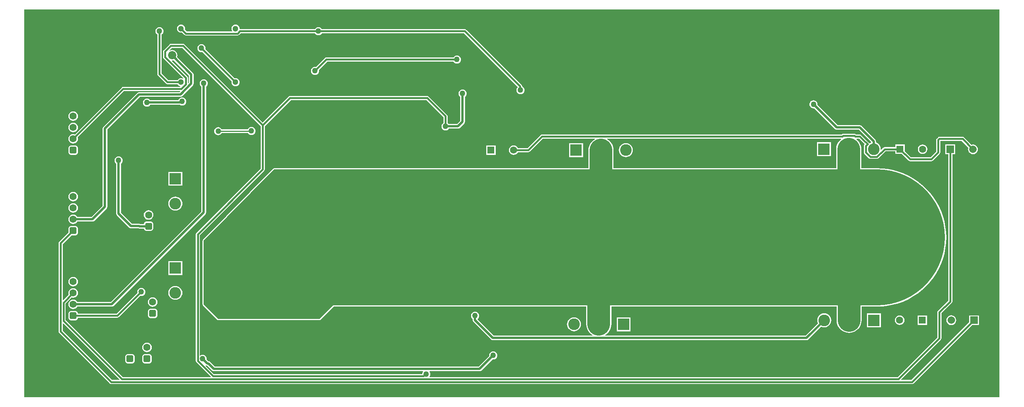
<source format=gbr>
G04*
G04 #@! TF.GenerationSoftware,Altium Limited,Altium Designer,24.1.2 (44)*
G04*
G04 Layer_Physical_Order=2*
G04 Layer_Color=16711680*
%FSLAX25Y25*%
%MOIN*%
G70*
G04*
G04 #@! TF.SameCoordinates,DAD59E85-0841-476F-99BD-E5F442491B29*
G04*
G04*
G04 #@! TF.FilePolarity,Positive*
G04*
G01*
G75*
%ADD15C,0.01000*%
%ADD40C,0.10236*%
%ADD41R,0.10236X0.10236*%
%ADD45R,0.10236X0.10236*%
%ADD54C,0.01500*%
%ADD55C,0.02000*%
%ADD56C,0.20000*%
%ADD60C,0.35000*%
%ADD61R,0.06299X0.06299*%
%ADD62C,0.06299*%
%ADD63R,0.06299X0.06299*%
%ADD64C,0.06299*%
%ADD65C,0.06555*%
%ADD66R,0.06555X0.06555*%
G04:AMPARAMS|DCode=67|XSize=62.99mil|YSize=62.99mil|CornerRadius=15.75mil|HoleSize=0mil|Usage=FLASHONLY|Rotation=90.000|XOffset=0mil|YOffset=0mil|HoleType=Round|Shape=RoundedRectangle|*
%AMROUNDEDRECTD67*
21,1,0.06299,0.03150,0,0,90.0*
21,1,0.03150,0.06299,0,0,90.0*
1,1,0.03150,0.01575,0.01575*
1,1,0.03150,0.01575,-0.01575*
1,1,0.03150,-0.01575,-0.01575*
1,1,0.03150,-0.01575,0.01575*
%
%ADD67ROUNDEDRECTD67*%
%ADD68C,0.07244*%
%ADD69C,0.05118*%
%ADD70C,0.05000*%
%ADD71C,1.20000*%
%ADD72C,0.45000*%
G36*
X1918000Y307000D02*
X1059000D01*
Y649000D01*
X1918000D01*
Y307000D01*
D02*
G37*
%LPC*%
G36*
X1245000Y635834D02*
X1244071Y635711D01*
X1243205Y635353D01*
X1242462Y634782D01*
X1241891Y634039D01*
X1241533Y633173D01*
X1241410Y632244D01*
X1241533Y631315D01*
X1241891Y630449D01*
X1242107Y630168D01*
X1241886Y629719D01*
X1202017D01*
X1200432Y631304D01*
X1200436Y631315D01*
X1200558Y632244D01*
X1200436Y633173D01*
X1200077Y634039D01*
X1199507Y634782D01*
X1198763Y635353D01*
X1197898Y635711D01*
X1196968Y635834D01*
X1196039Y635711D01*
X1195174Y635353D01*
X1194430Y634782D01*
X1193860Y634039D01*
X1193501Y633173D01*
X1193379Y632244D01*
X1193501Y631315D01*
X1193860Y630449D01*
X1194430Y629706D01*
X1195174Y629135D01*
X1196039Y628777D01*
X1196968Y628654D01*
X1197898Y628777D01*
X1197908Y628781D01*
X1200016Y626673D01*
X1200595Y626287D01*
X1201278Y626151D01*
X1246785D01*
X1247468Y626287D01*
X1248047Y626673D01*
X1249589Y628216D01*
X1314958D01*
X1315504Y627504D01*
X1316235Y626943D01*
X1317086Y626590D01*
X1318000Y626470D01*
X1318914Y626590D01*
X1319765Y626943D01*
X1320496Y627504D01*
X1321043Y628216D01*
X1446261D01*
X1493533Y580943D01*
X1493504Y580496D01*
X1492943Y579765D01*
X1492590Y578914D01*
X1492470Y578000D01*
X1492590Y577086D01*
X1492943Y576235D01*
X1493504Y575504D01*
X1494235Y574943D01*
X1495086Y574590D01*
X1496000Y574470D01*
X1496914Y574590D01*
X1497765Y574943D01*
X1498496Y575504D01*
X1499057Y576235D01*
X1499410Y577086D01*
X1499530Y578000D01*
X1499410Y578914D01*
X1499057Y579765D01*
X1498496Y580496D01*
X1497765Y581057D01*
X1497425Y581198D01*
Y581359D01*
X1497290Y582042D01*
X1496903Y582620D01*
X1448262Y631262D01*
X1447683Y631648D01*
X1447000Y631784D01*
X1321043D01*
X1320496Y632496D01*
X1319765Y633057D01*
X1318914Y633410D01*
X1318000Y633530D01*
X1317086Y633410D01*
X1316235Y633057D01*
X1315504Y632496D01*
X1314958Y631784D01*
X1249034D01*
X1248580Y632173D01*
X1248590Y632244D01*
X1248467Y633173D01*
X1248109Y634039D01*
X1247538Y634782D01*
X1246795Y635353D01*
X1245929Y635711D01*
X1245000Y635834D01*
D02*
G37*
G36*
X1440000Y608530D02*
X1439086Y608410D01*
X1438235Y608057D01*
X1437504Y607496D01*
X1436957Y606784D01*
X1325000D01*
X1325000Y606784D01*
X1324317Y606648D01*
X1323738Y606262D01*
X1323738Y606262D01*
X1315890Y598413D01*
X1315000Y598530D01*
X1314086Y598410D01*
X1313235Y598057D01*
X1312504Y597496D01*
X1311943Y596765D01*
X1311590Y595914D01*
X1311470Y595000D01*
X1311590Y594086D01*
X1311943Y593235D01*
X1312504Y592504D01*
X1313235Y591943D01*
X1314086Y591590D01*
X1315000Y591470D01*
X1315914Y591590D01*
X1316765Y591943D01*
X1317496Y592504D01*
X1318057Y593235D01*
X1318410Y594086D01*
X1318530Y595000D01*
X1318413Y595890D01*
X1325739Y603216D01*
X1436957D01*
X1437504Y602504D01*
X1438235Y601943D01*
X1439086Y601590D01*
X1440000Y601470D01*
X1440914Y601590D01*
X1441765Y601943D01*
X1442496Y602504D01*
X1443057Y603235D01*
X1443410Y604086D01*
X1443530Y605000D01*
X1443410Y605914D01*
X1443057Y606765D01*
X1442496Y607496D01*
X1441765Y608057D01*
X1440914Y608410D01*
X1440000Y608530D01*
D02*
G37*
G36*
X1215000Y618530D02*
X1214086Y618410D01*
X1213235Y618057D01*
X1212504Y617496D01*
X1211943Y616765D01*
X1211590Y615914D01*
X1211470Y615000D01*
X1211590Y614086D01*
X1211943Y613235D01*
X1212504Y612504D01*
X1213235Y611943D01*
X1214086Y611590D01*
X1215000Y611470D01*
X1215890Y611587D01*
X1241537Y585940D01*
X1241533Y585929D01*
X1241410Y585000D01*
X1241533Y584071D01*
X1241891Y583205D01*
X1242462Y582462D01*
X1243205Y581891D01*
X1244071Y581533D01*
X1245000Y581410D01*
X1245929Y581533D01*
X1246795Y581891D01*
X1247538Y582462D01*
X1248109Y583205D01*
X1248467Y584071D01*
X1248590Y585000D01*
X1248467Y585929D01*
X1248109Y586795D01*
X1247538Y587538D01*
X1246795Y588109D01*
X1245929Y588467D01*
X1245000Y588590D01*
X1244071Y588467D01*
X1244060Y588463D01*
X1218413Y614110D01*
X1218530Y615000D01*
X1218410Y615914D01*
X1218057Y616765D01*
X1217496Y617496D01*
X1216765Y618057D01*
X1215914Y618410D01*
X1215000Y618530D01*
D02*
G37*
G36*
X1198000Y571530D02*
X1197086Y571410D01*
X1196235Y571057D01*
X1195504Y570496D01*
X1194943Y569765D01*
X1194642Y569039D01*
X1169847D01*
X1169496Y569496D01*
X1168765Y570057D01*
X1167914Y570410D01*
X1167000Y570530D01*
X1166086Y570410D01*
X1165235Y570057D01*
X1164504Y569496D01*
X1163943Y568765D01*
X1163590Y567914D01*
X1163470Y567000D01*
X1163590Y566086D01*
X1163943Y565235D01*
X1164504Y564504D01*
X1165235Y563943D01*
X1166086Y563590D01*
X1167000Y563470D01*
X1167914Y563590D01*
X1168765Y563943D01*
X1169496Y564504D01*
X1169847Y564961D01*
X1196211D01*
X1196235Y564943D01*
X1197086Y564590D01*
X1198000Y564470D01*
X1198914Y564590D01*
X1199765Y564943D01*
X1200496Y565504D01*
X1201057Y566235D01*
X1201410Y567086D01*
X1201530Y568000D01*
X1201410Y568914D01*
X1201057Y569765D01*
X1200496Y570496D01*
X1199765Y571057D01*
X1198914Y571410D01*
X1198000Y571530D01*
D02*
G37*
G36*
X1102000Y559185D02*
X1100917Y559043D01*
X1099907Y558625D01*
X1099041Y557960D01*
X1098375Y557093D01*
X1097957Y556083D01*
X1097815Y555000D01*
X1097957Y553917D01*
X1098375Y552907D01*
X1099041Y552040D01*
X1099907Y551375D01*
X1100917Y550957D01*
X1102000Y550815D01*
X1103083Y550957D01*
X1104093Y551375D01*
X1104959Y552040D01*
X1105625Y552907D01*
X1106043Y553917D01*
X1106185Y555000D01*
X1106043Y556083D01*
X1105625Y557093D01*
X1104959Y557960D01*
X1104093Y558625D01*
X1103083Y559043D01*
X1102000Y559185D01*
D02*
G37*
G36*
X1259000Y545530D02*
X1258086Y545410D01*
X1257235Y545057D01*
X1256504Y544496D01*
X1255943Y543765D01*
X1255748Y543296D01*
X1232870D01*
X1232772Y543532D01*
X1232211Y544263D01*
X1231480Y544824D01*
X1230628Y545176D01*
X1229715Y545297D01*
X1228801Y545176D01*
X1227950Y544824D01*
X1227219Y544263D01*
X1226658Y543532D01*
X1226305Y542680D01*
X1226185Y541766D01*
X1226305Y540853D01*
X1226658Y540001D01*
X1227219Y539270D01*
X1227950Y538709D01*
X1228801Y538356D01*
X1229715Y538236D01*
X1230628Y538356D01*
X1231480Y538709D01*
X1232211Y539270D01*
X1232772Y540001D01*
X1232870Y540237D01*
X1255942D01*
X1255943Y540235D01*
X1256504Y539504D01*
X1257235Y538943D01*
X1258086Y538590D01*
X1259000Y538470D01*
X1259914Y538590D01*
X1260765Y538943D01*
X1261496Y539504D01*
X1262057Y540235D01*
X1262410Y541086D01*
X1262530Y542000D01*
X1262410Y542914D01*
X1262057Y543765D01*
X1261496Y544496D01*
X1260765Y545057D01*
X1259914Y545410D01*
X1259000Y545530D01*
D02*
G37*
G36*
X1178000Y633530D02*
X1177086Y633410D01*
X1176235Y633057D01*
X1175504Y632496D01*
X1174943Y631765D01*
X1174590Y630914D01*
X1174470Y630000D01*
X1174590Y629086D01*
X1174943Y628235D01*
X1175504Y627504D01*
X1176216Y626958D01*
Y592000D01*
X1176352Y591317D01*
X1176738Y590738D01*
X1183738Y583738D01*
X1183738Y583738D01*
X1184317Y583352D01*
X1185000Y583216D01*
X1193855D01*
X1193860Y583205D01*
X1194430Y582462D01*
X1195174Y581891D01*
X1196039Y581533D01*
X1196088Y581526D01*
X1196304Y580994D01*
X1196138Y580784D01*
X1146000D01*
X1146000Y580784D01*
X1145317Y580649D01*
X1144738Y580262D01*
X1144738Y580262D01*
X1103392Y538915D01*
X1103083Y539043D01*
X1102000Y539185D01*
X1100917Y539043D01*
X1099907Y538625D01*
X1099041Y537959D01*
X1098375Y537093D01*
X1097957Y536083D01*
X1097815Y535000D01*
X1097957Y533917D01*
X1098375Y532907D01*
X1099041Y532041D01*
X1099907Y531375D01*
X1100917Y530957D01*
X1102000Y530815D01*
X1103083Y530957D01*
X1104093Y531375D01*
X1104959Y532041D01*
X1105625Y532907D01*
X1106043Y533917D01*
X1106185Y535000D01*
X1106043Y536083D01*
X1105915Y536392D01*
X1146739Y577216D01*
X1196043D01*
X1196234Y576754D01*
X1195519Y576039D01*
X1160000D01*
X1160000Y576039D01*
X1159220Y575884D01*
X1158558Y575442D01*
X1128558Y545442D01*
X1128116Y544780D01*
X1127961Y544000D01*
Y475845D01*
X1118155Y466039D01*
X1105647D01*
X1105625Y466093D01*
X1104959Y466959D01*
X1104093Y467625D01*
X1103083Y468043D01*
X1102000Y468185D01*
X1100917Y468043D01*
X1099907Y467625D01*
X1099041Y466959D01*
X1098375Y466093D01*
X1097957Y465083D01*
X1097815Y464000D01*
X1097957Y462917D01*
X1098375Y461907D01*
X1099041Y461040D01*
X1099907Y460375D01*
X1100917Y459957D01*
X1102000Y459815D01*
X1103083Y459957D01*
X1104093Y460375D01*
X1104959Y461040D01*
X1105625Y461907D01*
X1105647Y461961D01*
X1119000D01*
X1119780Y462116D01*
X1120442Y462558D01*
X1131442Y473558D01*
X1131884Y474220D01*
X1132039Y475000D01*
Y543155D01*
X1160845Y571961D01*
X1196364D01*
X1197144Y572116D01*
X1197806Y572558D01*
X1207442Y582194D01*
X1207884Y582856D01*
X1208039Y583636D01*
Y591716D01*
X1207884Y592497D01*
X1207442Y593158D01*
X1193477Y607124D01*
X1193598Y607415D01*
X1193756Y608622D01*
X1193598Y609829D01*
X1193132Y610953D01*
X1192391Y611918D01*
X1191425Y612659D01*
X1190301Y613125D01*
X1189095Y613284D01*
X1187888Y613125D01*
X1186979Y612749D01*
X1186696Y613173D01*
X1188739Y615216D01*
X1198261D01*
X1267216Y546261D01*
Y508864D01*
X1210488Y452137D01*
X1210102Y451558D01*
X1209966Y450875D01*
Y339240D01*
X1210102Y338557D01*
X1210488Y337978D01*
X1223220Y325246D01*
X1223029Y324784D01*
X1145739D01*
X1095284Y375239D01*
Y389761D01*
X1100608Y395085D01*
X1100917Y394957D01*
X1102000Y394815D01*
X1103083Y394957D01*
X1104093Y395375D01*
X1104959Y396041D01*
X1105625Y396907D01*
X1106043Y397917D01*
X1106185Y399000D01*
X1106043Y400083D01*
X1105625Y401093D01*
X1104959Y401960D01*
X1104093Y402625D01*
X1103083Y403043D01*
X1102000Y403185D01*
X1100917Y403043D01*
X1099907Y402625D01*
X1099041Y401960D01*
X1098375Y401093D01*
X1097957Y400083D01*
X1097815Y399000D01*
X1097957Y397917D01*
X1098085Y397608D01*
X1093246Y392770D01*
X1092784Y392961D01*
Y442261D01*
X1100360Y449837D01*
X1100425Y449828D01*
X1103575D01*
X1104247Y449917D01*
X1104873Y450176D01*
X1105411Y450589D01*
X1105824Y451127D01*
X1106083Y451753D01*
X1106172Y452425D01*
Y455575D01*
X1106083Y456247D01*
X1105824Y456873D01*
X1105411Y457411D01*
X1104873Y457824D01*
X1104247Y458083D01*
X1103575Y458172D01*
X1100425D01*
X1099753Y458083D01*
X1099127Y457824D01*
X1098589Y457411D01*
X1098176Y456873D01*
X1097917Y456247D01*
X1097828Y455575D01*
Y452425D01*
X1097837Y452360D01*
X1089738Y444262D01*
X1089351Y443683D01*
X1089216Y443000D01*
Y365000D01*
X1089351Y364317D01*
X1089738Y363738D01*
X1134238Y319238D01*
X1134238Y319238D01*
X1134817Y318851D01*
X1135500Y318716D01*
X1840951D01*
X1841633Y318851D01*
X1842212Y319238D01*
X1893696Y370722D01*
X1899728D01*
Y379278D01*
X1891173D01*
Y373246D01*
X1840211Y322284D01*
X1831461D01*
X1831270Y322746D01*
X1866262Y357738D01*
X1866648Y358317D01*
X1866784Y359000D01*
X1866784Y359000D01*
Y381261D01*
X1875857Y390334D01*
X1876244Y390913D01*
X1876380Y391595D01*
X1876380Y391595D01*
Y521489D01*
X1878873D01*
Y530045D01*
X1870318D01*
Y521489D01*
X1872811D01*
Y392334D01*
X1863738Y383262D01*
X1863351Y382683D01*
X1863216Y382000D01*
Y359739D01*
X1828261Y324784D01*
X1415958D01*
X1415711Y325284D01*
X1416057Y325735D01*
X1416410Y326586D01*
X1416530Y327500D01*
X1416410Y328414D01*
X1416057Y329265D01*
X1415868Y329512D01*
X1416089Y329961D01*
X1460000D01*
X1460780Y330116D01*
X1461442Y330558D01*
X1471429Y340545D01*
X1472000Y340470D01*
X1472914Y340590D01*
X1473765Y340943D01*
X1474496Y341504D01*
X1475057Y342235D01*
X1475410Y343086D01*
X1475530Y344000D01*
X1475410Y344914D01*
X1475057Y345765D01*
X1474496Y346496D01*
X1473765Y347057D01*
X1472914Y347410D01*
X1472000Y347530D01*
X1471086Y347410D01*
X1470235Y347057D01*
X1469504Y346496D01*
X1468943Y345765D01*
X1468590Y344914D01*
X1468470Y344000D01*
X1468545Y343429D01*
X1459155Y334039D01*
X1226845D01*
X1222538Y338346D01*
X1221877Y338788D01*
X1221096Y338943D01*
X1220941D01*
X1219455Y340429D01*
X1219530Y341000D01*
X1219410Y341914D01*
X1219057Y342765D01*
X1218496Y343496D01*
X1217765Y344057D01*
X1216914Y344410D01*
X1216000Y344530D01*
X1215086Y344410D01*
X1214235Y344057D01*
X1213983Y343864D01*
X1213534Y344085D01*
Y450136D01*
X1270262Y506863D01*
X1270262Y506863D01*
X1270648Y507442D01*
X1270784Y508125D01*
X1270784Y508125D01*
Y546261D01*
X1293739Y569216D01*
X1413261D01*
X1428216Y554261D01*
Y549043D01*
X1427504Y548496D01*
X1426943Y547765D01*
X1426590Y546914D01*
X1426470Y546000D01*
X1426590Y545086D01*
X1426943Y544235D01*
X1427504Y543504D01*
X1428235Y542943D01*
X1429086Y542590D01*
X1430000Y542470D01*
X1430914Y542590D01*
X1431765Y542943D01*
X1432496Y543504D01*
X1432847Y543961D01*
X1441000D01*
X1441780Y544116D01*
X1442442Y544558D01*
X1446442Y548558D01*
X1446884Y549220D01*
X1447039Y550000D01*
Y572153D01*
X1447496Y572504D01*
X1448057Y573235D01*
X1448410Y574086D01*
X1448530Y575000D01*
X1448410Y575914D01*
X1448057Y576765D01*
X1447496Y577496D01*
X1446765Y578057D01*
X1445914Y578410D01*
X1445000Y578530D01*
X1444086Y578410D01*
X1443235Y578057D01*
X1442504Y577496D01*
X1441943Y576765D01*
X1441590Y575914D01*
X1441470Y575000D01*
X1441590Y574086D01*
X1441943Y573235D01*
X1442504Y572504D01*
X1442961Y572153D01*
Y550845D01*
X1440155Y548039D01*
X1432847D01*
X1432496Y548496D01*
X1431784Y549043D01*
Y555000D01*
X1431784Y555000D01*
X1431649Y555683D01*
X1431262Y556262D01*
X1431262Y556262D01*
X1415262Y572262D01*
X1414683Y572648D01*
X1414000Y572784D01*
X1293000D01*
X1293000Y572784D01*
X1292317Y572648D01*
X1291738Y572262D01*
X1291738Y572262D01*
X1269000Y549523D01*
X1200262Y618262D01*
X1199683Y618648D01*
X1199000Y618784D01*
X1188000D01*
X1188000Y618784D01*
X1187317Y618648D01*
X1186738Y618262D01*
X1186738Y618262D01*
X1181738Y613262D01*
X1181351Y612683D01*
X1181216Y612000D01*
Y607000D01*
X1181351Y606317D01*
X1181738Y605738D01*
X1198871Y588605D01*
X1198588Y588181D01*
X1197898Y588467D01*
X1196968Y588590D01*
X1196039Y588467D01*
X1195174Y588109D01*
X1194430Y587538D01*
X1193860Y586795D01*
X1193855Y586784D01*
X1185739D01*
X1179784Y592739D01*
Y626958D01*
X1180496Y627504D01*
X1181057Y628235D01*
X1181410Y629086D01*
X1181530Y630000D01*
X1181410Y630914D01*
X1181057Y631765D01*
X1180496Y632496D01*
X1179765Y633057D01*
X1178914Y633410D01*
X1178000Y633530D01*
D02*
G37*
G36*
X1102000Y549185D02*
X1100917Y549043D01*
X1099907Y548625D01*
X1099041Y547960D01*
X1098375Y547093D01*
X1097957Y546083D01*
X1097815Y545000D01*
X1097957Y543917D01*
X1098375Y542907D01*
X1099041Y542040D01*
X1099907Y541375D01*
X1100917Y540957D01*
X1102000Y540815D01*
X1103083Y540957D01*
X1104093Y541375D01*
X1104959Y542040D01*
X1105625Y542907D01*
X1106043Y543917D01*
X1106185Y545000D01*
X1106043Y546083D01*
X1105625Y547093D01*
X1104959Y547960D01*
X1104093Y548625D01*
X1103083Y549043D01*
X1102000Y549185D01*
D02*
G37*
G36*
X1754097Y568989D02*
X1753183Y568868D01*
X1752332Y568516D01*
X1751601Y567955D01*
X1751040Y567224D01*
X1750687Y566372D01*
X1750567Y565458D01*
X1750687Y564545D01*
X1751040Y563693D01*
X1751601Y562962D01*
X1752332Y562401D01*
X1753183Y562048D01*
X1754097Y561928D01*
X1754668Y562003D01*
X1773114Y543558D01*
X1773775Y543116D01*
X1774556Y542961D01*
X1794155D01*
X1804929Y532187D01*
X1804853Y531659D01*
X1804718Y531617D01*
X1803808Y531131D01*
X1803621Y531065D01*
X1803151Y531283D01*
X1802972Y531552D01*
X1802972Y531552D01*
X1799262Y535262D01*
X1799262Y535262D01*
X1796262Y538262D01*
X1795683Y538649D01*
X1795000Y538784D01*
X1791475D01*
X1791310Y538949D01*
X1790731Y539336D01*
X1790048Y539472D01*
X1780314D01*
X1780314Y539472D01*
X1779631Y539336D01*
X1779052Y538949D01*
X1779052Y538949D01*
X1778887Y538784D01*
X1515000D01*
X1514317Y538649D01*
X1513738Y538262D01*
X1513738Y538262D01*
X1502261Y526784D01*
X1493752D01*
X1493625Y527093D01*
X1492959Y527959D01*
X1492093Y528625D01*
X1491083Y529043D01*
X1490000Y529185D01*
X1488917Y529043D01*
X1487907Y528625D01*
X1487041Y527959D01*
X1486375Y527093D01*
X1485957Y526083D01*
X1485815Y525000D01*
X1485957Y523917D01*
X1486375Y522907D01*
X1487041Y522041D01*
X1487907Y521375D01*
X1488917Y520957D01*
X1490000Y520815D01*
X1491083Y520957D01*
X1492093Y521375D01*
X1492959Y522041D01*
X1493625Y522907D01*
X1493752Y523216D01*
X1503000D01*
X1503683Y523351D01*
X1504262Y523738D01*
X1515739Y535216D01*
X1561551D01*
X1561692Y534716D01*
X1560404Y533927D01*
X1559087Y532802D01*
X1557963Y531486D01*
X1557058Y530009D01*
X1556396Y528410D01*
X1555992Y526726D01*
X1555856Y525000D01*
Y509047D01*
X1319000D01*
X1318301Y509020D01*
X1279000D01*
X1278996Y509019D01*
X1278992Y509020D01*
X1278801Y508980D01*
X1278610Y508942D01*
X1278606Y508940D01*
X1278602Y508939D01*
X1278441Y508829D01*
X1278279Y508721D01*
X1278277Y508717D01*
X1278273Y508715D01*
X1216273Y445715D01*
X1216166Y445552D01*
X1216058Y445390D01*
X1216057Y445386D01*
X1216055Y445383D01*
X1216018Y445191D01*
X1215980Y445000D01*
Y402000D01*
Y401000D01*
Y389000D01*
X1216058Y388610D01*
X1216279Y388279D01*
X1229279Y375279D01*
X1229610Y375058D01*
X1230000Y374980D01*
X1319000D01*
X1319390Y375058D01*
X1319721Y375279D01*
X1331395Y386953D01*
X1553966D01*
Y371398D01*
X1554102Y369672D01*
X1554506Y367988D01*
X1555169Y366388D01*
X1556073Y364912D01*
X1557198Y363595D01*
X1558514Y362471D01*
X1559386Y361937D01*
X1559245Y361437D01*
X1472447D01*
X1458173Y375711D01*
X1458201Y376277D01*
X1458496Y376504D01*
X1459057Y377235D01*
X1459410Y378086D01*
X1459530Y379000D01*
X1459410Y379914D01*
X1459057Y380765D01*
X1458496Y381496D01*
X1457765Y382057D01*
X1456914Y382410D01*
X1456000Y382530D01*
X1455086Y382410D01*
X1454235Y382057D01*
X1453504Y381496D01*
X1452943Y380765D01*
X1452590Y379914D01*
X1452470Y379000D01*
X1452590Y378086D01*
X1452943Y377235D01*
X1453504Y376504D01*
X1453961Y376153D01*
Y375000D01*
X1454116Y374220D01*
X1454558Y373558D01*
X1470160Y357956D01*
X1470822Y357514D01*
X1471602Y357359D01*
X1748012D01*
X1748793Y357514D01*
X1749454Y357956D01*
X1760917Y369419D01*
X1761206Y369264D01*
X1762359Y368914D01*
X1763559Y368796D01*
X1764758Y368914D01*
X1765911Y369264D01*
X1766974Y369832D01*
X1767906Y370597D01*
X1768670Y371529D01*
X1769238Y372591D01*
X1769588Y373745D01*
X1769706Y374944D01*
X1769588Y376143D01*
X1769238Y377297D01*
X1768670Y378359D01*
X1767906Y379291D01*
X1766974Y380056D01*
X1765911Y380624D01*
X1764758Y380974D01*
X1763559Y381092D01*
X1762359Y380974D01*
X1761206Y380624D01*
X1760143Y380056D01*
X1759212Y379291D01*
X1758447Y378359D01*
X1757879Y377297D01*
X1757529Y376143D01*
X1757411Y374944D01*
X1757529Y373745D01*
X1757879Y372591D01*
X1758033Y372303D01*
X1747168Y361437D01*
X1570755D01*
X1570614Y361937D01*
X1571486Y362471D01*
X1572802Y363595D01*
X1573927Y364912D01*
X1574831Y366388D01*
X1575494Y367988D01*
X1575898Y369672D01*
X1576034Y371398D01*
Y386953D01*
X1774414D01*
Y374944D01*
X1774550Y373218D01*
X1774954Y371534D01*
X1775617Y369935D01*
X1776522Y368458D01*
X1777646Y367142D01*
X1778963Y366017D01*
X1780439Y365113D01*
X1782039Y364450D01*
X1783722Y364046D01*
X1785448Y363910D01*
X1787175Y364046D01*
X1788858Y364450D01*
X1790458Y365113D01*
X1791934Y366017D01*
X1793251Y367142D01*
X1794375Y368458D01*
X1795280Y369935D01*
X1795942Y371534D01*
X1796347Y373218D01*
X1796482Y374944D01*
Y386953D01*
X1810000D01*
X1814790Y387141D01*
X1819550Y387704D01*
X1824251Y388640D01*
X1828865Y389941D01*
X1833362Y391600D01*
X1837715Y393607D01*
X1841897Y395949D01*
X1845883Y398612D01*
X1849647Y401579D01*
X1853167Y404833D01*
X1856421Y408353D01*
X1859388Y412117D01*
X1862051Y416103D01*
X1864393Y420285D01*
X1866400Y424638D01*
X1868059Y429135D01*
X1869360Y433749D01*
X1870296Y438450D01*
X1870859Y443210D01*
X1871047Y448000D01*
X1870859Y452790D01*
X1870296Y457550D01*
X1869360Y462251D01*
X1868059Y466865D01*
X1866400Y471362D01*
X1864393Y475715D01*
X1862051Y479897D01*
X1859388Y483883D01*
X1856421Y487647D01*
X1853167Y491167D01*
X1849647Y494421D01*
X1845883Y497388D01*
X1841897Y500051D01*
X1837715Y502393D01*
X1833362Y504400D01*
X1828865Y506059D01*
X1824251Y507360D01*
X1819550Y508295D01*
X1814790Y508859D01*
X1810000Y509047D01*
X1796215D01*
Y525938D01*
X1796079Y527664D01*
X1795675Y529347D01*
X1795012Y530947D01*
X1794107Y532423D01*
X1792983Y533740D01*
X1791841Y534716D01*
X1792025Y535216D01*
X1794261D01*
X1796738Y532738D01*
X1796738Y532738D01*
X1799187Y530290D01*
X1798941Y530044D01*
X1798554Y529465D01*
X1798418Y528783D01*
Y523093D01*
X1798554Y522410D01*
X1798941Y521831D01*
X1802964Y517808D01*
X1802964Y517808D01*
X1803543Y517421D01*
X1804226Y517285D01*
X1809915D01*
X1810598Y517421D01*
X1811177Y517808D01*
X1817483Y524114D01*
X1826066D01*
Y521749D01*
X1831841D01*
X1837852Y515738D01*
X1837852Y515738D01*
X1838431Y515351D01*
X1839113Y515216D01*
X1858000D01*
X1858683Y515351D01*
X1859262Y515738D01*
X1865262Y521738D01*
X1865648Y522317D01*
X1865784Y523000D01*
Y533216D01*
X1884623D01*
X1890582Y527257D01*
X1890428Y526884D01*
X1890281Y525767D01*
X1890428Y524650D01*
X1890859Y523610D01*
X1891545Y522716D01*
X1892438Y522031D01*
X1893479Y521599D01*
X1894595Y521453D01*
X1895712Y521599D01*
X1896753Y522031D01*
X1897646Y522716D01*
X1898332Y523610D01*
X1898763Y524650D01*
X1898910Y525767D01*
X1898763Y526884D01*
X1898332Y527924D01*
X1897646Y528818D01*
X1896753Y529503D01*
X1895712Y529935D01*
X1894595Y530082D01*
X1893479Y529935D01*
X1893106Y529780D01*
X1886624Y536262D01*
X1886045Y536649D01*
X1885362Y536784D01*
X1865000D01*
X1864317Y536649D01*
X1863738Y536262D01*
X1863738Y536262D01*
X1862738Y535262D01*
X1862351Y534683D01*
X1862216Y534000D01*
Y523739D01*
X1857261Y518784D01*
X1839853D01*
X1834365Y524272D01*
Y530048D01*
X1826066D01*
Y527683D01*
X1816744D01*
X1816061Y527547D01*
X1815483Y527160D01*
X1813629Y525307D01*
X1813177Y525521D01*
X1813218Y525938D01*
X1813100Y527137D01*
X1812750Y528290D01*
X1812182Y529353D01*
X1811418Y530285D01*
X1810486Y531049D01*
X1809423Y531617D01*
X1809110Y531712D01*
Y532929D01*
X1808954Y533710D01*
X1808512Y534371D01*
X1796442Y546442D01*
X1795780Y546884D01*
X1795000Y547039D01*
X1775400D01*
X1757552Y564887D01*
X1757627Y565458D01*
X1757507Y566372D01*
X1757154Y567224D01*
X1756593Y567955D01*
X1755862Y568516D01*
X1755011Y568868D01*
X1754097Y568989D01*
D02*
G37*
G36*
X1850215Y530084D02*
X1849132Y529941D01*
X1848122Y529523D01*
X1847256Y528858D01*
X1846590Y527991D01*
X1846172Y526982D01*
X1846030Y525898D01*
X1846172Y524815D01*
X1846590Y523806D01*
X1847256Y522939D01*
X1848122Y522274D01*
X1849132Y521855D01*
X1850215Y521713D01*
X1851299Y521855D01*
X1852308Y522274D01*
X1853175Y522939D01*
X1853840Y523806D01*
X1854258Y524815D01*
X1854401Y525898D01*
X1854258Y526982D01*
X1853840Y527991D01*
X1853175Y528858D01*
X1852308Y529523D01*
X1851299Y529941D01*
X1850215Y530084D01*
D02*
G37*
G36*
X1474150Y529150D02*
X1465850D01*
Y520850D01*
X1474150D01*
Y529150D01*
D02*
G37*
G36*
X1103575Y529172D02*
X1100425D01*
X1099753Y529083D01*
X1099127Y528824D01*
X1098589Y528411D01*
X1098176Y527873D01*
X1097917Y527247D01*
X1097828Y526575D01*
Y523425D01*
X1097917Y522753D01*
X1098176Y522127D01*
X1098589Y521589D01*
X1099127Y521176D01*
X1099753Y520917D01*
X1100425Y520828D01*
X1103575D01*
X1104247Y520917D01*
X1104873Y521176D01*
X1105411Y521589D01*
X1105824Y522127D01*
X1106083Y522753D01*
X1106172Y523425D01*
Y526575D01*
X1106083Y527247D01*
X1105824Y527873D01*
X1105411Y528411D01*
X1104873Y528824D01*
X1104247Y529083D01*
X1103575Y529172D01*
D02*
G37*
G36*
X1551118Y531118D02*
X1538882D01*
Y518882D01*
X1551118D01*
Y531118D01*
D02*
G37*
G36*
X1198118Y505898D02*
X1185882D01*
Y493661D01*
X1198118D01*
Y505898D01*
D02*
G37*
G36*
X1102000Y488185D02*
X1100917Y488043D01*
X1099907Y487625D01*
X1099041Y486960D01*
X1098375Y486093D01*
X1097957Y485083D01*
X1097815Y484000D01*
X1097957Y482917D01*
X1098375Y481907D01*
X1099041Y481040D01*
X1099907Y480375D01*
X1100917Y479957D01*
X1102000Y479815D01*
X1103083Y479957D01*
X1104093Y480375D01*
X1104959Y481040D01*
X1105625Y481907D01*
X1106043Y482917D01*
X1106185Y484000D01*
X1106043Y485083D01*
X1105625Y486093D01*
X1104959Y486960D01*
X1104093Y487625D01*
X1103083Y488043D01*
X1102000Y488185D01*
D02*
G37*
G36*
X1192000Y484037D02*
X1190801Y483919D01*
X1189647Y483569D01*
X1188585Y483001D01*
X1187653Y482237D01*
X1186888Y481305D01*
X1186320Y480242D01*
X1185970Y479089D01*
X1185852Y477890D01*
X1185970Y476690D01*
X1186320Y475537D01*
X1186888Y474474D01*
X1187653Y473543D01*
X1188585Y472778D01*
X1189647Y472210D01*
X1190801Y471860D01*
X1192000Y471742D01*
X1193199Y471860D01*
X1194353Y472210D01*
X1195415Y472778D01*
X1196347Y473543D01*
X1197112Y474474D01*
X1197680Y475537D01*
X1198030Y476690D01*
X1198148Y477890D01*
X1198030Y479089D01*
X1197680Y480242D01*
X1197112Y481305D01*
X1196347Y482237D01*
X1195415Y483001D01*
X1194353Y483569D01*
X1193199Y483919D01*
X1192000Y484037D01*
D02*
G37*
G36*
X1102000Y478185D02*
X1100917Y478043D01*
X1099907Y477625D01*
X1099041Y476960D01*
X1098375Y476093D01*
X1097957Y475083D01*
X1097815Y474000D01*
X1097957Y472917D01*
X1098375Y471907D01*
X1099041Y471040D01*
X1099907Y470375D01*
X1100917Y469957D01*
X1102000Y469815D01*
X1103083Y469957D01*
X1104093Y470375D01*
X1104959Y471040D01*
X1105625Y471907D01*
X1106043Y472917D01*
X1106185Y474000D01*
X1106043Y475083D01*
X1105625Y476093D01*
X1104959Y476960D01*
X1104093Y477625D01*
X1103083Y478043D01*
X1102000Y478185D01*
D02*
G37*
G36*
X1168398Y472075D02*
X1167314Y471933D01*
X1166305Y471514D01*
X1165438Y470849D01*
X1164773Y469982D01*
X1164355Y468973D01*
X1164212Y467890D01*
X1164355Y466807D01*
X1164773Y465797D01*
X1165438Y464930D01*
X1166305Y464265D01*
X1167314Y463847D01*
X1168398Y463704D01*
X1169481Y463847D01*
X1170490Y464265D01*
X1171357Y464930D01*
X1172022Y465797D01*
X1172440Y466807D01*
X1172583Y467890D01*
X1172440Y468973D01*
X1172022Y469982D01*
X1171357Y470849D01*
X1170490Y471514D01*
X1169481Y471933D01*
X1168398Y472075D01*
D02*
G37*
G36*
X1142000Y519530D02*
X1141086Y519410D01*
X1140235Y519057D01*
X1139504Y518496D01*
X1138943Y517765D01*
X1138590Y516914D01*
X1138470Y516000D01*
X1138590Y515086D01*
X1138943Y514235D01*
X1139504Y513504D01*
X1139961Y513153D01*
Y469000D01*
X1140116Y468220D01*
X1140558Y467558D01*
X1151558Y456558D01*
X1152220Y456116D01*
X1153000Y455961D01*
X1159694D01*
X1160248Y455851D01*
X1164287D01*
X1164314Y455643D01*
X1164574Y455016D01*
X1164987Y454479D01*
X1165524Y454066D01*
X1166151Y453806D01*
X1166823Y453718D01*
X1169972D01*
X1170645Y453806D01*
X1171271Y454066D01*
X1171809Y454479D01*
X1172221Y455016D01*
X1172481Y455643D01*
X1172569Y456315D01*
Y459465D01*
X1172481Y460137D01*
X1172221Y460763D01*
X1171809Y461301D01*
X1171271Y461714D01*
X1170645Y461973D01*
X1169972Y462062D01*
X1166823D01*
X1166151Y461973D01*
X1165524Y461714D01*
X1164987Y461301D01*
X1164574Y460763D01*
X1164314Y460137D01*
X1164287Y459929D01*
X1160802D01*
X1160248Y460039D01*
X1153845D01*
X1144039Y469845D01*
Y513153D01*
X1144496Y513504D01*
X1145057Y514235D01*
X1145410Y515086D01*
X1145530Y516000D01*
X1145410Y516914D01*
X1145057Y517765D01*
X1144496Y518496D01*
X1143765Y519057D01*
X1142914Y519410D01*
X1142000Y519530D01*
D02*
G37*
G36*
X1198118Y427118D02*
X1185882D01*
Y414882D01*
X1198118D01*
Y427118D01*
D02*
G37*
G36*
X1102000Y413185D02*
X1100917Y413043D01*
X1099907Y412625D01*
X1099041Y411960D01*
X1098375Y411093D01*
X1097957Y410083D01*
X1097815Y409000D01*
X1097957Y407917D01*
X1098375Y406907D01*
X1099041Y406040D01*
X1099907Y405375D01*
X1100917Y404957D01*
X1102000Y404815D01*
X1103083Y404957D01*
X1104093Y405375D01*
X1104959Y406040D01*
X1105625Y406907D01*
X1106043Y407917D01*
X1106185Y409000D01*
X1106043Y410083D01*
X1105625Y411093D01*
X1104959Y411960D01*
X1104093Y412625D01*
X1103083Y413043D01*
X1102000Y413185D01*
D02*
G37*
G36*
X1162000Y403530D02*
X1161086Y403410D01*
X1160235Y403057D01*
X1159504Y402496D01*
X1158943Y401765D01*
X1158590Y400914D01*
X1158470Y400000D01*
X1158587Y399110D01*
X1140261Y380784D01*
X1106144D01*
X1106083Y381247D01*
X1105824Y381873D01*
X1105411Y382411D01*
X1104873Y382824D01*
X1104247Y383083D01*
X1103575Y383172D01*
X1100425D01*
X1099753Y383083D01*
X1099127Y382824D01*
X1098589Y382411D01*
X1098176Y381873D01*
X1097917Y381247D01*
X1097828Y380575D01*
Y377425D01*
X1097917Y376753D01*
X1098176Y376127D01*
X1098589Y375589D01*
X1099127Y375176D01*
X1099753Y374917D01*
X1100425Y374828D01*
X1103575D01*
X1104247Y374917D01*
X1104873Y375176D01*
X1105411Y375589D01*
X1105824Y376127D01*
X1106083Y376753D01*
X1106144Y377216D01*
X1141000D01*
X1141683Y377351D01*
X1142262Y377738D01*
X1161110Y396587D01*
X1162000Y396470D01*
X1162914Y396590D01*
X1163765Y396943D01*
X1164496Y397504D01*
X1165057Y398235D01*
X1165410Y399086D01*
X1165530Y400000D01*
X1165410Y400914D01*
X1165057Y401765D01*
X1164496Y402496D01*
X1163765Y403057D01*
X1162914Y403410D01*
X1162000Y403530D01*
D02*
G37*
G36*
X1192000Y405258D02*
X1190801Y405140D01*
X1189647Y404790D01*
X1188585Y404222D01*
X1187653Y403457D01*
X1186888Y402526D01*
X1186320Y401463D01*
X1185970Y400310D01*
X1185852Y399110D01*
X1185970Y397911D01*
X1186320Y396758D01*
X1186888Y395695D01*
X1187653Y394763D01*
X1188585Y393999D01*
X1189647Y393430D01*
X1190801Y393081D01*
X1192000Y392963D01*
X1193199Y393081D01*
X1194353Y393430D01*
X1195415Y393999D01*
X1196347Y394763D01*
X1197112Y395695D01*
X1197680Y396758D01*
X1198030Y397911D01*
X1198148Y399110D01*
X1198030Y400310D01*
X1197680Y401463D01*
X1197112Y402526D01*
X1196347Y403457D01*
X1195415Y404222D01*
X1194353Y404790D01*
X1193199Y405140D01*
X1192000Y405258D01*
D02*
G37*
G36*
X1217000Y587530D02*
X1216086Y587410D01*
X1215235Y587057D01*
X1214504Y586496D01*
X1213943Y585765D01*
X1213590Y584914D01*
X1213470Y584000D01*
X1213590Y583086D01*
X1213943Y582235D01*
X1214504Y581504D01*
X1214961Y581153D01*
Y470845D01*
X1135155Y391039D01*
X1105647D01*
X1105625Y391093D01*
X1104959Y391960D01*
X1104093Y392625D01*
X1103083Y393043D01*
X1102000Y393185D01*
X1100917Y393043D01*
X1099907Y392625D01*
X1099041Y391960D01*
X1098375Y391093D01*
X1097957Y390083D01*
X1097815Y389000D01*
X1097957Y387917D01*
X1098375Y386907D01*
X1099041Y386040D01*
X1099907Y385375D01*
X1100917Y384957D01*
X1102000Y384815D01*
X1103083Y384957D01*
X1104093Y385375D01*
X1104959Y386040D01*
X1105625Y386907D01*
X1105647Y386961D01*
X1136000D01*
X1136780Y387116D01*
X1137442Y387558D01*
X1218442Y468558D01*
X1218884Y469220D01*
X1219039Y470000D01*
Y581153D01*
X1219496Y581504D01*
X1220057Y582235D01*
X1220410Y583086D01*
X1220530Y584000D01*
X1220410Y584914D01*
X1220057Y585765D01*
X1219496Y586496D01*
X1218765Y587057D01*
X1217914Y587410D01*
X1217000Y587530D01*
D02*
G37*
G36*
X1172000Y395185D02*
X1170917Y395043D01*
X1169907Y394625D01*
X1169040Y393959D01*
X1168375Y393093D01*
X1167957Y392083D01*
X1167815Y391000D01*
X1167957Y389917D01*
X1168375Y388907D01*
X1169040Y388040D01*
X1169907Y387375D01*
X1170917Y386957D01*
X1172000Y386815D01*
X1173083Y386957D01*
X1174093Y387375D01*
X1174959Y388040D01*
X1175625Y388907D01*
X1176043Y389917D01*
X1176185Y391000D01*
X1176043Y392083D01*
X1175625Y393093D01*
X1174959Y393959D01*
X1174093Y394625D01*
X1173083Y395043D01*
X1172000Y395185D01*
D02*
G37*
G36*
X1173575Y385172D02*
X1170425D01*
X1169753Y385083D01*
X1169127Y384824D01*
X1168589Y384411D01*
X1168176Y383873D01*
X1167917Y383247D01*
X1167828Y382575D01*
Y379425D01*
X1167917Y378753D01*
X1168176Y378127D01*
X1168589Y377589D01*
X1169127Y377176D01*
X1169753Y376917D01*
X1170425Y376828D01*
X1173575D01*
X1174247Y376917D01*
X1174873Y377176D01*
X1175411Y377589D01*
X1175824Y378127D01*
X1176083Y378753D01*
X1176172Y379425D01*
Y382575D01*
X1176083Y383247D01*
X1175824Y383873D01*
X1175411Y384411D01*
X1174873Y384824D01*
X1174247Y385083D01*
X1173575Y385172D01*
D02*
G37*
G36*
X1854150Y379150D02*
X1845850D01*
Y370850D01*
X1854150D01*
Y379150D01*
D02*
G37*
G36*
X1830000Y379185D02*
X1828917Y379043D01*
X1827907Y378625D01*
X1827040Y377959D01*
X1826375Y377093D01*
X1825957Y376083D01*
X1825815Y375000D01*
X1825957Y373917D01*
X1826375Y372907D01*
X1827040Y372041D01*
X1827907Y371375D01*
X1828917Y370957D01*
X1830000Y370815D01*
X1831083Y370957D01*
X1832093Y371375D01*
X1832960Y372041D01*
X1833625Y372907D01*
X1834043Y373917D01*
X1834185Y375000D01*
X1834043Y376083D01*
X1833625Y377093D01*
X1832960Y377959D01*
X1832093Y378625D01*
X1831083Y379043D01*
X1830000Y379185D01*
D02*
G37*
G36*
X1875451Y379314D02*
X1874334Y379168D01*
X1873293Y378736D01*
X1872400Y378051D01*
X1871714Y377157D01*
X1871283Y376117D01*
X1871136Y375000D01*
X1871283Y373883D01*
X1871714Y372843D01*
X1872400Y371949D01*
X1873293Y371264D01*
X1874334Y370832D01*
X1875451Y370686D01*
X1876567Y370832D01*
X1877608Y371264D01*
X1878501Y371949D01*
X1879187Y372843D01*
X1879618Y373883D01*
X1879765Y375000D01*
X1879618Y376117D01*
X1879187Y377157D01*
X1878501Y378051D01*
X1877608Y378736D01*
X1876567Y379168D01*
X1875451Y379314D01*
D02*
G37*
G36*
X1813456Y381062D02*
X1801220D01*
Y368826D01*
X1813456D01*
Y381062D01*
D02*
G37*
G36*
X1593008Y377516D02*
X1580772D01*
Y365280D01*
X1593008D01*
Y377516D01*
D02*
G37*
G36*
X1543110Y377545D02*
X1541911Y377427D01*
X1540758Y377077D01*
X1539695Y376509D01*
X1538763Y375745D01*
X1537999Y374813D01*
X1537430Y373750D01*
X1537081Y372597D01*
X1536963Y371398D01*
X1537081Y370198D01*
X1537430Y369045D01*
X1537999Y367982D01*
X1538763Y367051D01*
X1539695Y366286D01*
X1540758Y365718D01*
X1541911Y365368D01*
X1543110Y365250D01*
X1544310Y365368D01*
X1545463Y365718D01*
X1546526Y366286D01*
X1547457Y367051D01*
X1548222Y367982D01*
X1548790Y369045D01*
X1549140Y370198D01*
X1549258Y371398D01*
X1549140Y372597D01*
X1548790Y373750D01*
X1548222Y374813D01*
X1547457Y375745D01*
X1546526Y376509D01*
X1545463Y377077D01*
X1544310Y377427D01*
X1543110Y377545D01*
D02*
G37*
G36*
X1167000Y355185D02*
X1165917Y355043D01*
X1164907Y354625D01*
X1164040Y353959D01*
X1163375Y353093D01*
X1162957Y352083D01*
X1162815Y351000D01*
X1162957Y349917D01*
X1163375Y348907D01*
X1164040Y348041D01*
X1164907Y347375D01*
X1165917Y346957D01*
X1167000Y346815D01*
X1168083Y346957D01*
X1169093Y347375D01*
X1169960Y348041D01*
X1170625Y348907D01*
X1171043Y349917D01*
X1171185Y351000D01*
X1171043Y352083D01*
X1170625Y353093D01*
X1169960Y353959D01*
X1169093Y354625D01*
X1168083Y355043D01*
X1167000Y355185D01*
D02*
G37*
G36*
X1168575Y345172D02*
X1165425D01*
X1164753Y345083D01*
X1164127Y344824D01*
X1163589Y344411D01*
X1163176Y343873D01*
X1162917Y343247D01*
X1162828Y342575D01*
Y339425D01*
X1162917Y338753D01*
X1163176Y338127D01*
X1163589Y337589D01*
X1164127Y337176D01*
X1164753Y336917D01*
X1165425Y336828D01*
X1168575D01*
X1169247Y336917D01*
X1169873Y337176D01*
X1170411Y337589D01*
X1170824Y338127D01*
X1171083Y338753D01*
X1171172Y339425D01*
Y342575D01*
X1171083Y343247D01*
X1170824Y343873D01*
X1170411Y344411D01*
X1169873Y344824D01*
X1169247Y345083D01*
X1168575Y345172D01*
D02*
G37*
G36*
X1153575D02*
X1150425D01*
X1149753Y345083D01*
X1149127Y344824D01*
X1148589Y344411D01*
X1148176Y343873D01*
X1147917Y343247D01*
X1147828Y342575D01*
Y339425D01*
X1147917Y338753D01*
X1148176Y338127D01*
X1148589Y337589D01*
X1149127Y337176D01*
X1149753Y336917D01*
X1150425Y336828D01*
X1153575D01*
X1154247Y336917D01*
X1154873Y337176D01*
X1155411Y337589D01*
X1155824Y338127D01*
X1156083Y338753D01*
X1156172Y339425D01*
Y342575D01*
X1156083Y343247D01*
X1155824Y343873D01*
X1155411Y344411D01*
X1154873Y344824D01*
X1154247Y345083D01*
X1153575Y345172D01*
D02*
G37*
%LPD*%
G36*
X1203961Y590872D02*
Y584481D01*
X1203524Y584044D01*
X1203062Y584235D01*
Y588722D01*
X1203062Y588722D01*
X1202926Y589405D01*
X1202539Y589984D01*
X1202539Y589984D01*
X1189022Y603501D01*
X1189250Y603981D01*
X1190301Y604119D01*
X1190593Y604240D01*
X1203961Y590872D01*
D02*
G37*
G36*
X1219316Y335020D02*
X1220096Y334865D01*
X1220251D01*
X1224558Y330558D01*
X1225220Y330116D01*
X1226000Y329961D01*
X1409911D01*
X1410133Y329512D01*
X1409943Y329265D01*
X1409590Y328414D01*
X1409476Y327550D01*
X1225963D01*
X1218649Y334864D01*
X1218967Y335253D01*
X1219316Y335020D01*
D02*
G37*
G36*
X1142730Y322746D02*
X1142539Y322284D01*
X1136239D01*
X1092784Y365739D01*
Y372039D01*
X1093246Y372230D01*
X1142730Y322746D01*
D02*
G37*
G36*
X1778521Y534716D02*
X1777379Y533740D01*
X1776254Y532423D01*
X1775349Y530947D01*
X1774687Y529347D01*
X1774283Y527664D01*
X1774147Y525938D01*
Y509047D01*
X1577924D01*
Y525000D01*
X1577788Y526726D01*
X1577384Y528410D01*
X1576721Y530009D01*
X1575817Y531486D01*
X1574692Y532802D01*
X1573375Y533927D01*
X1572088Y534716D01*
X1572229Y535216D01*
X1778337D01*
X1778521Y534716D01*
D02*
G37*
G36*
X1345000Y402000D02*
X1319000Y376000D01*
X1230000D01*
X1217000Y389000D01*
Y401000D01*
Y402000D01*
Y445000D01*
X1279000Y508000D01*
X1345000D01*
Y402000D01*
D02*
G37*
%LPC*%
G36*
X1769409Y532056D02*
X1757173D01*
Y519820D01*
X1769409D01*
Y532056D01*
D02*
G37*
G36*
X1588780Y531148D02*
X1587580Y531030D01*
X1586427Y530680D01*
X1585364Y530112D01*
X1584432Y529347D01*
X1583668Y528415D01*
X1583100Y527353D01*
X1582750Y526199D01*
X1582632Y525000D01*
X1582750Y523801D01*
X1583100Y522647D01*
X1583668Y521585D01*
X1584432Y520653D01*
X1585364Y519888D01*
X1586427Y519320D01*
X1587580Y518970D01*
X1588780Y518852D01*
X1589979Y518970D01*
X1591132Y519320D01*
X1592195Y519888D01*
X1593127Y520653D01*
X1593891Y521585D01*
X1594459Y522647D01*
X1594809Y523801D01*
X1594927Y525000D01*
X1594809Y526199D01*
X1594459Y527353D01*
X1593891Y528415D01*
X1593127Y529347D01*
X1592195Y530112D01*
X1591132Y530680D01*
X1589979Y531030D01*
X1588780Y531148D01*
D02*
G37*
%LPD*%
D15*
X1258766Y541766D02*
X1259000Y542000D01*
X1229715Y541766D02*
X1258766D01*
D40*
X1588780Y525000D02*
D03*
X1566890D02*
D03*
X1763559Y374944D02*
D03*
X1785448D02*
D03*
X1192000Y399110D02*
D03*
Y377221D02*
D03*
X1785181Y525938D02*
D03*
X1807071D02*
D03*
X1565000Y371398D02*
D03*
X1543110D02*
D03*
X1192000Y456000D02*
D03*
Y477890D02*
D03*
D41*
X1545000Y525000D02*
D03*
X1807338Y374944D02*
D03*
X1763291Y525938D02*
D03*
X1586890Y371398D02*
D03*
D45*
X1192000Y421000D02*
D03*
Y499780D02*
D03*
D54*
X1430000Y546000D02*
Y555000D01*
X1414000Y571000D02*
X1430000Y555000D01*
X1178000Y592000D02*
Y630000D01*
Y592000D02*
X1185000Y585000D01*
X1829000Y323000D02*
X1865000Y359000D01*
Y382000D02*
X1874595Y391595D01*
X1865000Y359000D02*
Y382000D01*
X1177148Y323000D02*
X1829000D01*
X1412106Y327500D02*
X1413000D01*
X1225224Y325765D02*
X1410371D01*
X1412106Y327500D01*
X1495641Y578359D02*
Y581359D01*
Y578359D02*
X1496000Y578000D01*
X1447000Y630000D02*
X1495641Y581359D01*
X1211750Y450875D02*
X1269000Y508125D01*
X1211750Y339240D02*
Y450875D01*
X1269000Y508125D02*
Y547000D01*
X1183000Y607000D02*
Y612000D01*
X1188000Y617000D01*
X1183000Y607000D02*
X1201278Y588722D01*
Y583215D02*
Y588722D01*
X1188000Y617000D02*
X1199000D01*
X1197062Y579000D02*
X1201278Y583215D01*
X1146000Y579000D02*
X1197062D01*
X1102000Y535000D02*
X1146000Y579000D01*
X1185000Y585000D02*
X1196968D01*
X1199000Y617000D02*
X1269000Y547000D01*
X1211750Y339240D02*
X1225224Y325765D01*
X1840951Y320500D02*
X1895451Y375000D01*
X1093500Y374500D02*
X1145000Y323000D01*
X1091000Y365000D02*
X1135500Y320500D01*
X1840951D01*
X1145000Y323000D02*
X1177148D01*
X1318000Y630000D02*
X1447000D01*
X1248850D02*
X1318000D01*
X1269000Y547000D02*
X1293000Y571000D01*
X1414000D01*
X1515000Y537000D02*
X1779626D01*
X1790735D02*
X1795000D01*
X1790048Y537688D02*
X1790735Y537000D01*
X1780314Y537688D02*
X1790048D01*
X1779626Y537000D02*
X1780314Y537688D01*
X1503000Y525000D02*
X1515000Y537000D01*
X1246785Y627935D02*
X1248850Y630000D01*
X1201278Y627935D02*
X1246785D01*
X1196968Y632244D02*
X1201278Y627935D01*
X1885362Y535000D02*
X1894595Y525767D01*
X1865000Y535000D02*
X1885362D01*
X1864000Y534000D02*
X1865000Y535000D01*
X1864000Y523000D02*
Y534000D01*
X1858000Y517000D02*
X1864000Y523000D01*
X1839113Y517000D02*
X1858000D01*
X1830215Y525898D02*
X1839113Y517000D01*
X1798000Y534000D02*
X1801710Y530290D01*
X1800202Y528783D02*
X1801710Y530290D01*
X1809915Y519070D02*
X1816744Y525898D01*
X1800202Y523093D02*
Y528783D01*
Y523093D02*
X1804226Y519070D01*
X1809915D01*
X1816744Y525898D02*
X1830215D01*
X1795000Y537000D02*
X1798000Y534000D01*
X1874595Y391595D02*
Y525767D01*
X1490000Y525000D02*
X1503000D01*
X1093500Y390500D02*
X1102000Y399000D01*
X1093500Y374500D02*
Y390500D01*
X1091000Y443000D02*
X1102000Y454000D01*
X1091000Y365000D02*
Y443000D01*
X1141000Y379000D02*
X1162000Y400000D01*
X1102000Y379000D02*
X1141000D01*
X1215000Y615000D02*
X1245000Y585000D01*
X1315000Y595000D02*
X1325000Y605000D01*
X1440000D01*
D55*
X1430000Y546000D02*
X1441000D01*
X1445000Y550000D01*
X1748012Y359398D02*
X1763559Y374944D01*
X1471602Y359398D02*
X1748012D01*
X1456000Y375000D02*
X1471602Y359398D01*
X1160000Y574000D02*
X1196364D01*
X1206000Y583636D01*
Y591716D01*
X1220096Y336904D02*
X1221096D01*
X1216000Y341000D02*
X1220096Y336904D01*
X1221096D02*
X1226000Y332000D01*
X1460000D01*
X1167000Y567000D02*
X1197000D01*
X1198000Y568000D01*
X1130000Y544000D02*
X1160000Y574000D01*
X1136000Y389000D02*
X1217000Y470000D01*
Y584000D01*
X1189095Y608622D02*
X1206000Y591716D01*
X1795000Y545000D02*
X1807071Y532929D01*
Y525938D02*
Y532929D01*
X1160248Y457890D02*
Y458000D01*
Y457890D02*
X1168398D01*
X1153000Y458000D02*
X1160248D01*
X1142000Y469000D02*
X1153000Y458000D01*
X1142000Y469000D02*
Y516000D01*
X1460000Y332000D02*
X1472000Y344000D01*
X1456000Y375000D02*
Y379000D01*
X1102000Y464000D02*
X1119000D01*
X1130000Y475000D01*
Y544000D01*
X1102000Y389000D02*
X1136000D01*
X1445000Y550000D02*
Y575000D01*
X1774556Y545000D02*
X1795000D01*
X1754097Y565458D02*
X1774556Y545000D01*
D56*
X1565000Y448000D02*
X1566890Y449890D01*
Y525000D01*
X1565000Y371398D02*
Y448000D01*
X1785448Y423449D02*
X1810000Y448000D01*
X1785448Y374944D02*
Y423449D01*
X1785181Y472819D02*
X1810000Y448000D01*
X1785181Y472819D02*
Y525938D01*
D60*
X1240000Y355693D02*
D03*
Y399000D02*
D03*
D61*
X1470000Y525000D02*
D03*
D62*
X1480000D02*
D03*
X1490000D02*
D03*
X1167000Y351000D02*
D03*
X1152000D02*
D03*
X1102000Y399000D02*
D03*
Y389000D02*
D03*
Y409000D02*
D03*
Y419000D02*
D03*
Y474000D02*
D03*
Y464000D02*
D03*
Y484000D02*
D03*
Y494000D02*
D03*
Y545000D02*
D03*
Y535000D02*
D03*
Y555000D02*
D03*
Y565000D02*
D03*
X1172000Y391000D02*
D03*
X1168398Y467890D02*
D03*
D63*
X1830215Y525898D02*
D03*
X1850000Y375000D02*
D03*
D64*
X1840215Y525898D02*
D03*
X1850215D02*
D03*
X1830000Y375000D02*
D03*
X1840000D02*
D03*
D65*
X1894595Y525767D02*
D03*
X1875451Y375000D02*
D03*
D66*
X1874595Y525767D02*
D03*
X1895451Y375000D02*
D03*
D67*
X1167000Y341000D02*
D03*
X1152000D02*
D03*
X1102000Y379000D02*
D03*
Y454000D02*
D03*
Y525000D02*
D03*
X1172000Y381000D02*
D03*
X1168398Y457890D02*
D03*
D68*
X1189095Y608622D02*
D03*
D69*
X1196968Y632244D02*
D03*
Y585000D02*
D03*
X1245000Y632244D02*
D03*
Y585000D02*
D03*
D70*
X1430000Y546000D02*
D03*
X1435000Y541000D02*
D03*
X1212000Y562000D02*
D03*
X1173000Y623000D02*
D03*
X1178000Y630000D02*
D03*
X1071713Y627338D02*
D03*
X1080713D02*
D03*
X1072713Y572338D02*
D03*
X1081713D02*
D03*
X1197000Y361000D02*
D03*
X1188000D02*
D03*
X1489747Y345486D02*
D03*
X1832747Y346486D02*
D03*
X1881747Y347486D02*
D03*
X1893000Y545000D02*
D03*
X1841000Y555000D02*
D03*
X1479747Y572486D02*
D03*
X1496000Y578000D02*
D03*
X1337000Y581000D02*
D03*
X1216000Y341000D02*
D03*
X1334350Y594558D02*
D03*
X1198000Y568000D02*
D03*
X1167000Y567000D02*
D03*
X1217000Y584000D02*
D03*
X1259000Y542000D02*
D03*
X1229715Y541766D02*
D03*
X1318000Y630000D02*
D03*
X1142000Y516000D02*
D03*
X1413000Y327500D02*
D03*
X1472000Y344000D02*
D03*
X1456000Y379000D02*
D03*
X1162000Y400000D02*
D03*
X1215000Y615000D02*
D03*
X1315000Y595000D02*
D03*
X1440000Y605000D02*
D03*
X1445000Y575000D02*
D03*
X1754097Y565458D02*
D03*
D71*
X1319000Y448000D02*
X1565000D01*
X1810000D01*
D72*
X1240000Y399000D02*
X1283000D01*
M02*

</source>
